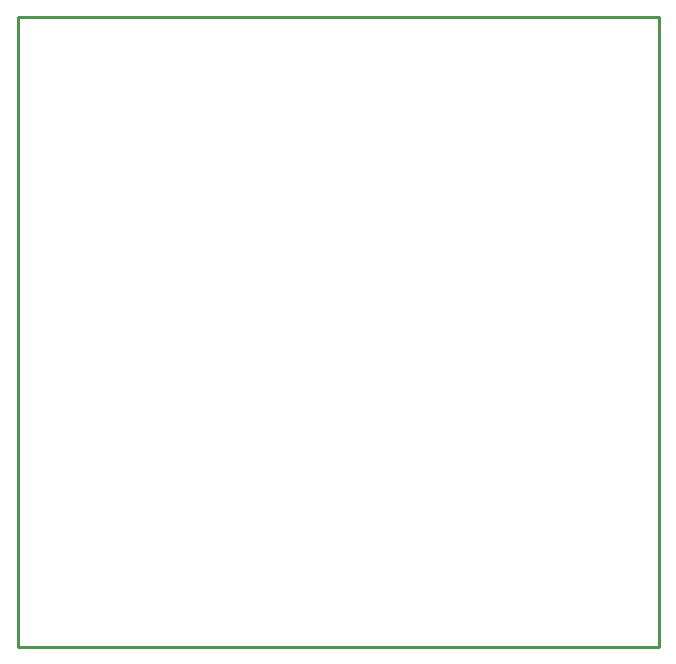
<source format=gbr>
G04 EAGLE Gerber RS-274X export*
G75*
%MOMM*%
%FSLAX34Y34*%
%LPD*%
%IN*%
%IPPOS*%
%AMOC8*
5,1,8,0,0,1.08239X$1,22.5*%
G01*
%ADD10C,0.254000*%


D10*
X0Y114300D02*
X542800Y114300D01*
X542800Y647600D01*
X0Y647600D01*
X0Y114300D01*
M02*

</source>
